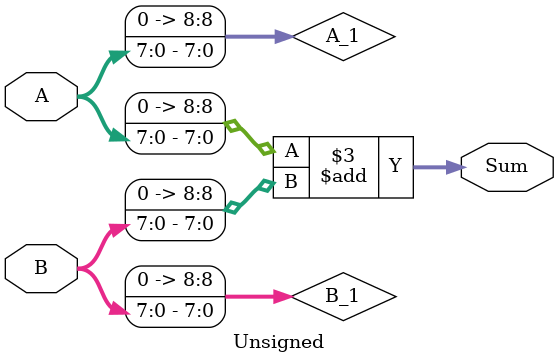
<source format=sv>
`timescale 1ns / 1ps


module Unsigned#(parameter n1=3 ,parameter n2=3 , parameter m1=5 , parameter m2=5)
(
    input logic [n1+m1-1:0] A, 
    input logic [n2+m2-1:0] B, 
    output logic [n1+m1:0] Sum  
);

 
    logic [n1+m1:0] A_1, B_1;

    assign A_1= A << (m1 > m2 ? m1 - m2 : 0);  
    assign B_1 = B << (m2 > m1 ? m2 - m1 : 0);  

    
    assign Sum = A_1 + B_1;

endmodule
</source>
